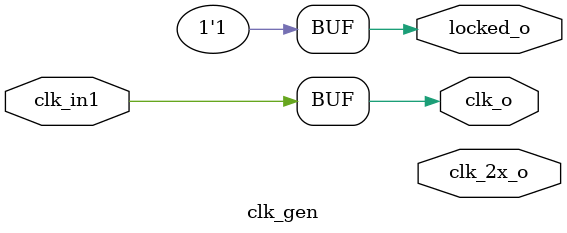
<source format=v>
`timescale 1ns / 1ps

module clk_gen(
    // clock signal of chip
    input                                   clk_in1,
    // output clock signal
    output                                  clk_o,
    output                                  clk_2x_o,
    // lock signal
    output                                  locked_o
);

//======================================================================================================================
// Wire & Reg declaration
//======================================================================================================================

//======================================================================================================================
// Instance
//======================================================================================================================
// pll pll_inst (
//     // Clock in ports
//     .clk_in1                                (clk_in1),
//     // Clock out ports
//     .clk_o                                  (clk_o),
//     .clk_2x_o                               (clk_2x_o),
//     // Status and control signals
//     .locked                                 (locked_o)
//  );
assign clk_o = clk_in1;
assign locked_o = 1'b1;

//======================================================================================================================
// just for simulation
//======================================================================================================================
// synthesis translate_off

// synthesis translate_on

//======================================================================================================================
// probe signals
//======================================================================================================================

endmodule

</source>
